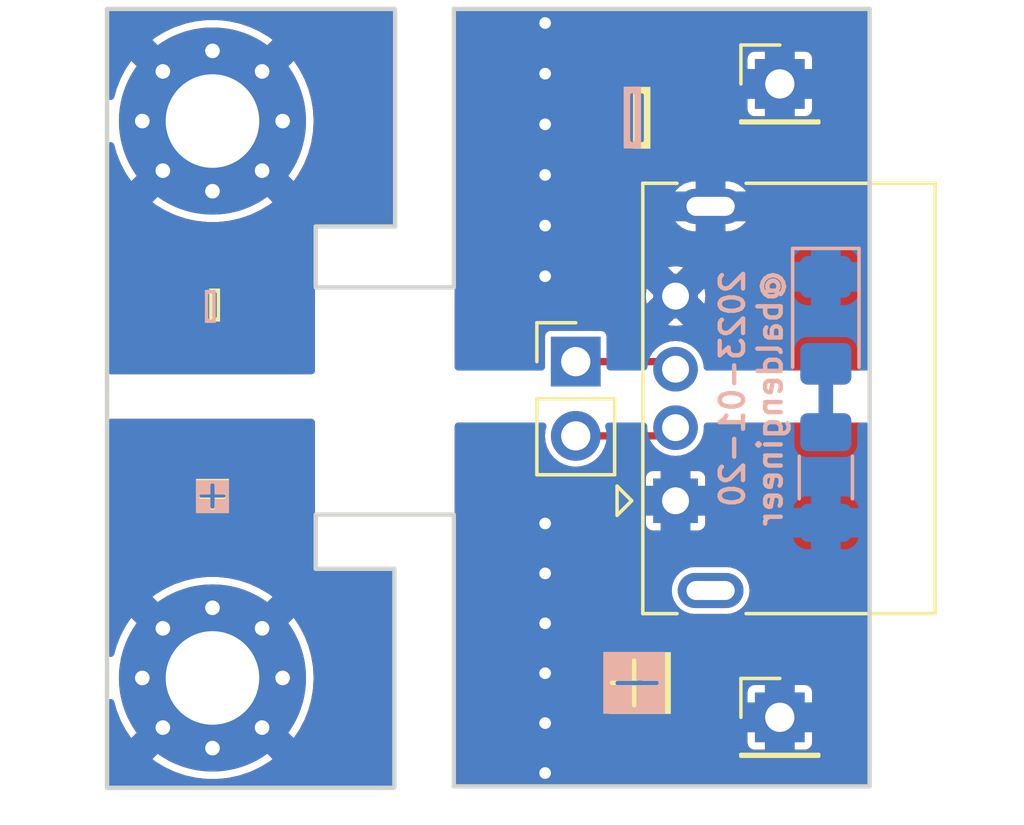
<source format=kicad_pcb>
(kicad_pcb (version 20221018) (generator pcbnew)
  (layers (0 "F.Cu" signal) (31 "B.Cu" signal) (34 "B.Paste" user) (35 "F.Paste" user) (36 "B.SilkS" user "B.Silkscreen") (37 "F.SilkS" user "F.Silkscreen") (38 "B.Mask" user) (39 "F.Mask" user) (44 "Edge.Cuts" user))
  (net 0 "")
  (net 1 "GND")
  (net 2 "Net-(J1-D-)")
  (net 3 "Net-(J1-D+)")
  (net 4 "/Positive")
  (net 5 "Net-(D1-A)")
  (footprint "My Libraries:25mil_Hole" (layer "F.Cu") (at 138.631392 98.52987)
    (fp_text reference "REF**" hide)
    (fp_text value "25mil_Hole")
    (pad "" np_thru_hole circle (at -0.127 -0.2032) (size 0.635 0.635) (drill 0.635) (layers "*.Cu" "*.Mask"))
  )
  (footprint "Connector_PinHeader_2.54mm:PinHeader_1x02_P2.54mm_Vertical" (layer "F.Cu") (at 145.90325 98.171)
    (fp_text reference "J4" hide)
    (fp_text value "Data")
    (fp_line (start -1.33 -1.33) (end 0 -1.33) (stroke (width 0.12)) (layer "F.SilkS"))
    (fp_line (start -1.33 0) (end -1.33 -1.33) (stroke (width 0.12)) (layer "F.SilkS"))
    (fp_line (start -1.33 1.27) (end -1.33 3.87) (stroke (width 0.12)) (layer "F.SilkS"))
    (fp_line (start -1.33 1.27) (end 1.33 1.27) (stroke (width 0.12)) (layer "F.SilkS"))
    (fp_line (start -1.33 3.87) (end 1.33 3.87) (stroke (width 0.12)) (layer "F.SilkS"))
    (fp_line (start 1.33 1.27) (end 1.33 3.87) (stroke (width 0.12)) (layer "F.SilkS"))
    (pad "1" thru_hole rect (at 0 0) (size 1.7 1.7) (drill 1) (layers "*.Cu" "*.Mask") (net 3 "Net-(J1-D+)"))
    (pad "2" thru_hole oval (at 0 2.54) (size 1.7 1.7) (drill 1) (layers "*.Cu" "*.Mask") (net 2 "Net-(J1-D-)"))
  )
  (footprint "My Libraries:25mil_Hole" (layer "F.Cu") (at 136.30838 99.57635)
    (fp_text reference "REF**" hide)
    (fp_text value "25mil_Hole")
    (pad "" np_thru_hole circle (at -0.127 -0.2032) (size 0.635 0.635) (drill 0.635) (layers "*.Cu" "*.Mask"))
  )
  (footprint "My Libraries:25mil_Hole" (layer "F.Cu") (at 138.631392 97.45799)
    (fp_text reference "REF**" hide)
    (fp_text value "25mil_Hole")
    (pad "" np_thru_hole circle (at -0.127 -0.2032) (size 0.635 0.635) (drill 0.635) (layers "*.Cu" "*.Mask"))
  )
  (footprint "Connector_PinHeader_2.54mm:PinHeader_1x01_P2.54mm_Vertical" (layer "F.Cu") (at 152.8826 88.6714)
    (fp_text reference "J3" hide)
    (fp_text value "Negative")
    (fp_line (start -1.33 -1.33) (end 0 -1.33) (stroke (width 0.12)) (layer "F.SilkS"))
    (fp_line (start -1.33 0) (end -1.33 -1.33) (stroke (width 0.12)) (layer "F.SilkS"))
    (fp_line (start -1.33 1.27) (end -1.33 1.33) (stroke (width 0.12)) (layer "F.SilkS"))
    (fp_line (start -1.33 1.27) (end 1.33 1.27) (stroke (width 0.12)) (layer "F.SilkS"))
    (fp_line (start -1.33 1.33) (end 1.33 1.33) (stroke (width 0.12)) (layer "F.SilkS"))
    (fp_line (start 1.33 1.27) (end 1.33 1.33) (stroke (width 0.12)) (layer "F.SilkS"))
    (pad "1" thru_hole rect (at 0 0) (size 1.7 1.7) (drill 1) (layers "*.Cu" "*.Mask") (net 1 "GND"))
  )
  (footprint "My Libraries:25mil_Hole" (layer "F.Cu") (at 138.631392 99.57635)
    (fp_text reference "REF**" hide)
    (fp_text value "25mil_Hole")
    (pad "" np_thru_hole circle (at -0.127 -0.2032) (size 0.635 0.635) (drill 0.635) (layers "*.Cu" "*.Mask"))
  )
  (footprint "MountingHole:MountingHole_3.2mm_M3_Pad_Via" (layer "F.Cu") (at 133.477 108.9914)
    (fp_text reference "H1" hide)
    (fp_text value "Positive")
    (pad "1" thru_hole circle (at -2.4 0) (size 0.8 0.8) (drill 0.5) (layers "*.Cu" "*.Mask") (net 4 "/Positive"))
    (pad "1" thru_hole circle (at -1.697056 -1.697056) (size 0.8 0.8) (drill 0.5) (layers "*.Cu" "*.Mask") (net 4 "/Positive"))
    (pad "1" thru_hole circle (at -1.697056 1.697056) (size 0.8 0.8) (drill 0.5) (layers "*.Cu" "*.Mask") (net 4 "/Positive"))
    (pad "1" thru_hole circle (at 0 -2.4) (size 0.8 0.8) (drill 0.5) (layers "*.Cu" "*.Mask") (net 4 "/Positive"))
    (pad "1" thru_hole circle (at 0 0) (size 6.4 6.4) (drill 3.2) (layers "*.Cu" "*.Mask") (net 4 "/Positive"))
    (pad "1" thru_hole circle (at 0 2.4) (size 0.8 0.8) (drill 0.5) (layers "*.Cu" "*.Mask") (net 4 "/Positive"))
    (pad "1" thru_hole circle (at 1.697056 -1.697056) (size 0.8 0.8) (drill 0.5) (layers "*.Cu" "*.Mask") (net 4 "/Positive"))
    (pad "1" thru_hole circle (at 1.697056 1.697056) (size 0.8 0.8) (drill 0.5) (layers "*.Cu" "*.Mask") (net 4 "/Positive"))
    (pad "1" thru_hole circle (at 2.4 0) (size 0.8 0.8) (drill 0.5) (layers "*.Cu" "*.Mask") (net 4 "/Positive"))
  )
  (footprint "My Libraries:USB_A_GCT_USB1125" (layer "F.Cu") (at 149.3165 102.93 90)
    (fp_text reference "J1" hide)
    (fp_text value "USB_A")
    (fp_line (start -3.86 -1.12) (end -3.86 0.0508) (stroke (width 0.12)) (layer "F.SilkS"))
    (fp_line (start -3.86 -1.12) (end 10.86 -1.12) (stroke (width 0.12)) (layer "F.SilkS"))
    (fp_line (start -3.86 2.413) (end -3.86 8.88) (stroke (width 0.12)) (layer "F.SilkS"))
    (fp_line (start -3.86 8.88) (end 10.86 8.88) (stroke (width 0.12)) (layer "F.SilkS"))
    (fp_line (start -0.5 -2) (end 0 -1.5) (stroke (width 0.12)) (layer "F.SilkS"))
    (fp_line (start 0 -1.5) (end 0.5 -2) (stroke (width 0.12)) (layer "F.SilkS"))
    (fp_line (start 0.5 -2) (end -0.5 -2) (stroke (width 0.12)) (layer "F.SilkS"))
    (fp_line (start 10.86 0.0508) (end 10.86 -1.12) (stroke (width 0.12)) (layer "F.SilkS"))
    (fp_line (start 10.86 2.413) (end 10.86 8.88) (stroke (width 0.12)) (layer "F.SilkS"))
    (pad "1" thru_hole rect (at 0 0 90) (size 1.524 1.524) (drill 0.92) (layers "*.Cu" "*.Mask") (net 4 "/Positive"))
    (pad "2" thru_hole circle (at 2.5 0 90) (size 1.524 1.524) (drill 0.92) (layers "*.Cu" "*.Mask") (net 2 "Net-(J1-D-)"))
    (pad "3" thru_hole circle (at 4.5 0 90) (size 1.524 1.524) (drill 0.92) (layers "*.Cu" "*.Mask") (net 3 "Net-(J1-D+)"))
    (pad "4" thru_hole circle (at 7 0 90) (size 1.524 1.524) (drill 0.92) (layers "*.Cu" "*.Mask") (net 1 "GND"))
    (pad "5" thru_hole oval (at -3.07 1.2 90) (size 1.2 2.25) (drill oval 0.65 1.65) (layers "*.Cu" "*.Mask") (net 1 "GND"))
    (pad "5" thru_hole oval (at 10.07 1.2 90) (size 1.2 2.25) (drill oval 0.65 1.65) (layers "*.Cu" "*.Mask") (net 1 "GND"))
  )
  (footprint "Connector_PinHeader_2.54mm:PinHeader_1x01_P2.54mm_Vertical" (layer "F.Cu") (at 152.8826 110.3376)
    (fp_text reference "J2" hide)
    (fp_text value "Positive")
    (fp_line (start -1.33 -1.33) (end 0 -1.33) (stroke (width 0.12)) (layer "F.SilkS"))
    (fp_line (start -1.33 0) (end -1.33 -1.33) (stroke (width 0.12)) (layer "F.SilkS"))
    (fp_line (start -1.33 1.27) (end -1.33 1.33) (stroke (width 0.12)) (layer "F.SilkS"))
    (fp_line (start -1.33 1.27) (end 1.33 1.27) (stroke (width 0.12)) (layer "F.SilkS"))
    (fp_line (start -1.33 1.33) (end 1.33 1.33) (stroke (width 0.12)) (layer "F.SilkS"))
    (fp_line (start 1.33 1.27) (end 1.33 1.33) (stroke (width 0.12)) (layer "F.SilkS"))
    (pad "1" thru_hole rect (at 0 0) (size 1.7 1.7) (drill 1) (layers "*.Cu" "*.Mask") (net 4 "/Positive"))
  )
  (footprint "My Libraries:25mil_Hole" (layer "F.Cu") (at 135.146874 99.57635)
    (fp_text reference "REF**" hide)
    (fp_text value "25mil_Hole")
    (pad "" np_thru_hole circle (at -0.127 -0.2032) (size 0.635 0.635) (drill 0.635) (layers "*.Cu" "*.Mask"))
  )
  (footprint "My Libraries:25mil_Hole" (layer "F.Cu") (at 138.631392 103.011178)
    (fp_text reference "REF**" hide)
    (fp_text value "25mil_Hole")
    (pad "" np_thru_hole circle (at -0.127 -0.2032) (size 0.635 0.635) (drill 0.635) (layers "*.Cu" "*.Mask"))
  )
  (footprint "My Libraries:25mil_Hole" (layer "F.Cu") (at 138.631392 96.38611)
    (fp_text reference "REF**" hide)
    (fp_text value "25mil_Hole")
    (pad "" np_thru_hole circle (at -0.127 -0.2032) (size 0.635 0.635) (drill 0.635) (layers "*.Cu" "*.Mask"))
  )
  (footprint "MountingHole:MountingHole_3.2mm_M3_Pad_Via" (layer "F.Cu") (at 133.477 89.9414)
    (fp_text reference "H2" hide)
    (fp_text value "Negative")
    (pad "1" thru_hole circle (at -2.4 0) (size 0.8 0.8) (drill 0.5) (layers "*.Cu" "*.Mask") (net 1 "GND"))
    (pad "1" thru_hole circle (at -1.697056 -1.697056) (size 0.8 0.8) (drill 0.5) (layers "*.Cu" "*.Mask") (net 1 "GND"))
    (pad "1" thru_hole circle (at -1.697056 1.697056) (size 0.8 0.8) (drill 0.5) (layers "*.Cu" "*.Mask") (net 1 "GND"))
    (pad "1" thru_hole circle (at 0 -2.4) (size 0.8 0.8) (drill 0.5) (layers "*.Cu" "*.Mask") (net 1 "GND"))
    (pad "1" thru_hole circle (at 0 0) (size 6.4 6.4) (drill 3.2) (layers "*.Cu" "*.Mask") (net 1 "GND"))
    (pad "1" thru_hole circle (at 0 2.4) (size 0.8 0.8) (drill 0.5) (layers "*.Cu" "*.Mask") (net 1 "GND"))
    (pad "1" thru_hole circle (at 1.697056 -1.697056) (size 0.8 0.8) (drill 0.5) (layers "*.Cu" "*.Mask") (net 1 "GND"))
    (pad "1" thru_hole circle (at 1.697056 1.697056) (size 0.8 0.8) (drill 0.5) (layers "*.Cu" "*.Mask") (net 1 "GND"))
    (pad "1" thru_hole circle (at 2.4 0) (size 0.8 0.8) (drill 0.5) (layers "*.Cu" "*.Mask") (net 1 "GND"))
  )
  (footprint "My Libraries:25mil_Hole" (layer "F.Cu") (at 132.823862 99.57635)
    (fp_text reference "REF**" hide)
    (fp_text value "25mil_Hole")
    (pad "" np_thru_hole circle (at -0.127 -0.2032) (size 0.635 0.635) (drill 0.635) (layers "*.Cu" "*.Mask"))
  )
  (footprint "My Libraries:25mil_Hole" (layer "F.Cu") (at 130.50085 99.57635)
    (fp_text reference "REF**" hide)
    (fp_text value "25mil_Hole")
    (pad "" np_thru_hole circle (at -0.127 -0.2032) (size 0.635 0.635) (drill 0.635) (layers "*.Cu" "*.Mask"))
  )
  (footprint "My Libraries:25mil_Hole" (layer "F.Cu") (at 131.662356 99.57635)
    (fp_text reference "REF**" hide)
    (fp_text value "25mil_Hole")
    (pad "" np_thru_hole circle (at -0.127 -0.2032) (size 0.635 0.635) (drill 0.635) (layers "*.Cu" "*.Mask"))
  )
  (footprint "My Libraries:25mil_Hole" (layer "F.Cu") (at 138.631392 100.738226)
    (fp_text reference "REF**" hide)
    (fp_text value "25mil_Hole")
    (pad "" np_thru_hole circle (at -0.127 -0.2032) (size 0.635 0.635) (drill 0.635) (layers "*.Cu" "*.Mask"))
  )
  (footprint "My Libraries:25mil_Hole" (layer "F.Cu") (at 138.631392 101.874702)
    (fp_text reference "REF**" hide)
    (fp_text value "25mil_Hole")
    (pad "" np_thru_hole circle (at -0.127 -0.2032) (size 0.635 0.635) (drill 0.635) (layers "*.Cu" "*.Mask"))
  )
  (footprint "My Libraries:25mil_Hole" (layer "F.Cu") (at 137.469886 99.57635)
    (fp_text reference "REF**" hide)
    (fp_text value "25mil_Hole")
    (pad "" np_thru_hole circle (at -0.127 -0.2032) (size 0.635 0.635) (drill 0.635) (layers "*.Cu" "*.Mask"))
  )
  (footprint "My Libraries:25mil_Hole" (layer "F.Cu") (at 133.985368 99.57635)
    (fp_text reference "REF**" hide)
    (fp_text value "25mil_Hole")
    (pad "" np_thru_hole circle (at -0.127 -0.2032) (size 0.635 0.635) (drill 0.635) (layers "*.Cu" "*.Mask"))
  )
  (footprint "Resistor_SMD:R_1206_3216Metric_Pad1.30x1.75mm_HandSolder" (layer "B.Cu") (at 154.4574 102.1334 90)
    (fp_text reference "R1" hide)
    (fp_text value "1k")
    (fp_line (start -0.727064 -0.91) (end 0.727064 -0.91) (stroke (width 0.12)) (layer "B.SilkS"))
    (fp_line (start -0.727064 0.91) (end 0.727064 0.91) (stroke (width 0.12)) (layer "B.SilkS"))
    (pad "1" smd roundrect (at -1.55 0 90) (size 1.3 1.75) (layers "B.Cu" "B.Paste" "B.Mask") (roundrect_rratio 0.1923076923) (net 4 "/Positive"))
    (pad "2" smd roundrect (at 1.55 0 90) (size 1.3 1.75) (layers "B.Cu" "B.Paste" "B.Mask") (roundrect_rratio 0.1923076923) (net 5 "Net-(D1-A)"))
  )
  (footprint "LED_SMD:LED_1206_3216Metric_Pad1.42x1.75mm_HandSolder" (layer "B.Cu") (at 154.4574 96.7597 -90)
    (fp_text reference "D1" hide)
    (fp_text value "Green")
    (fp_line (start -2.46 -1.135) (end 1.6 -1.135) (stroke (width 0.12)) (layer "B.SilkS"))
    (fp_line (start -2.46 1.135) (end -2.46 -1.135) (stroke (width 0.12)) (layer "B.SilkS"))
    (fp_line (start 1.6 1.135) (end -2.46 1.135) (stroke (width 0.12)) (layer "B.SilkS"))
    (pad "1" smd roundrect (at -1.4875 0 270) (size 1.425 1.75) (layers "B.Cu" "B.Paste" "B.Mask") (roundrect_rratio 0.1754392982) (net 1 "GND"))
    (pad "2" smd roundrect (at 1.4875 0 270) (size 1.425 1.75) (layers "B.Cu" "B.Paste" "B.Mask") (roundrect_rratio 0.1754392982) (net 5 "Net-(D1-A)"))
  )
  (gr_poly (pts (xy 129.8702 86.106) (xy 139.7 86.106) (xy 139.7254 86.1314) (xy 139.7254 93.5482) (xy 137.0076 93.5482) (xy 137.0076 95.631) (xy 140.427579 95.631) (xy 140.427579 95.631) (xy 141.732 95.631) (xy 141.732 86.106) (xy 155.956 86.106) (xy 155.956 112.6998) (xy 141.732 112.6998) (xy 141.732 103.4034) (xy 139.7 103.4034) (xy 137.0076 103.4034) (xy 137.0076 105.2576) (xy 139.7 105.2576) (xy 139.7 112.7252) (xy 139.6746 112.7506) (xy 129.8702 112.7506)) (stroke (width 0.15)) (fill none) (layer "Edge.Cuts"))
  (gr_text "+" (at 149.237695 110.172505) (layer "B.SilkS" knockout) (effects (font (size 2 2)) (justify left bottom mirror)))
  (gr_text "-" (at 146.8246 91.1606 -90) (layer "B.SilkS" knockout) (effects (font (size 2 2)) (justify left bottom mirror)))
  (gr_text "2023-01-20\n@baldengineer" (at 153.02 94.960595 90) (layer "B.SilkS") (effects (font (size 0.8 0.8)) (justify left bottom mirror)))
  (gr_text "-" (at 133.477 96.28225 -90) (layer "B.SilkS" knockout) (effects (font (size 1 1)) (justify mirror)))
  (gr_text "+" (at 133.477 102.7176) (layer "B.SilkS" knockout) (effects (font (size 1 1)) (justify mirror)))
  (gr_text "+" (at 133.477 102.671375) (layer "F.SilkS" knockout) (effects (font (size 1 1))))
  (gr_text "-" (at 149.1742 91.166995 90) (layer "F.SilkS" knockout) (effects (font (size 2 2)) (justify left bottom)))
  (gr_text "+" (at 146.761105 110.1789) (layer "F.SilkS" knockout) (effects (font (size 2 2)) (justify left bottom)))
  (gr_text "-" (at 133.477 96.236025 90) (layer "F.SilkS" knockout) (effects (font (size 1 1))))
  (via (at 144.8562 86.5886) (size 0.8) (drill 0.4) (layers "F.Cu" "B.Cu") (net 1))
  (via (at 144.8562 95.25) (size 0.8) (drill 0.4) (layers "F.Cu" "B.Cu") (net 1))
  (via (at 144.8562 88.32088) (size 0.8) (drill 0.4) (layers "F.Cu" "B.Cu") (net 1))
  (via (at 144.8562 90.05316) (size 0.8) (drill 0.4) (layers "F.Cu" "B.Cu") (net 1))
  (via (at 144.8562 91.78544) (size 0.8) (drill 0.4) (layers "F.Cu" "B.Cu") (net 1))
  (via (at 144.8562 93.51772) (size 0.8) (drill 0.4) (layers "F.Cu" "B.Cu") (net 1))
  (segment (start 149.0355 100.711) (end 149.3165 100.43) (width 0.25) (layer "F.Cu") (net 2))
  (segment (start 145.90325 100.711) (end 149.0355 100.711) (width 0.25) (layer "F.Cu") (net 2))
  (segment (start 146.16825 100.446) (end 145.90325 100.711) (width 0.25) (layer "F.Cu") (net 2))
  (segment (start 146.17825 98.446) (end 145.90325 98.171) (width 0.25) (layer "F.Cu") (net 3))
  (segment (start 149.0575 98.171) (end 149.3165 98.43) (width 0.25) (layer "F.Cu") (net 3))
  (segment (start 145.90325 98.171) (end 149.0575 98.171) (width 0.25) (layer "F.Cu") (net 3))
  (via (at 144.8562 110.53572) (size 0.8) (drill 0.4) (layers "F.Cu" "B.Cu") (net 4))
  (via (at 144.8562 105.41508) (size 0.8) (drill 0.4) (layers "F.Cu" "B.Cu") (net 4))
  (via (at 144.8562 107.12196) (size 0.8) (drill 0.4) (layers "F.Cu" "B.Cu") (net 4))
  (via (at 144.8562 103.7082) (size 0.8) (drill 0.4) (layers "F.Cu" "B.Cu") (net 4))
  (via (at 144.8562 108.82884) (size 0.8) (drill 0.4) (layers "F.Cu" "B.Cu") (net 4))
  (via (at 144.8562 112.2426) (size 0.8) (drill 0.4) (layers "F.Cu" "B.Cu") (net 4))
  (segment (start 154.4574 98.2472) (end 154.4574 100.5834) (width 0.5) (layer "B.Cu") (net 5))
  (zone (net 1) (net_name "GND") (layers "F&B.Cu") (connect_pads (clearance 0)) (min_thickness 0.254) (fill yes (thermal_gap 0.254) (thermal_bridge_width 1.016) (island_removal_mode 2) (island_area_min 10))
    (polygon (pts (xy 129.5146 85.8266) (xy 157.9626 85.8266) (xy 157.9626 99.2632) (xy 157.861 99.3648) (xy 129.0574 99.3648) (xy 129.032 99.3394) (xy 129.032 85.8012) (xy 129.4892 85.8012)))
  )
  (zone (net 0) (net_name "") (layers "F&B.Cu") (connect_pads (clearance 0)) (min_thickness 0.254)
    (keepout (tracks allowed) (vias allowed) (pads allowed) (copperpour not_allowed) (footprints allowed))
    (fill (thermal_gap 0.254) (thermal_bridge_width 1.016) (island_removal_mode 2) (island_area_min 10))
    (polygon (pts (xy 158.6992 98.4758) (xy 140.9954 98.4758) (xy 140.9954 100.2284) (xy 141.0208 100.2538) (xy 158.623 100.2538) (xy 158.6992 100.1776)))
  )
  (zone (net 4) (net_name "/Positive") (layers "F&B.Cu") (priority 1) (connect_pads (clearance 0)) (min_thickness 0.254) (fill yes (thermal_gap 0.254) (thermal_bridge_width 1.016) (island_removal_mode 2) (island_area_min 10))
    (polygon (pts (xy 157.6832 113.4872) (xy 128.7018 113.4872) (xy 128.7018 99.6696) (xy 129.032 99.3394) (xy 157.8356 99.3394) (xy 157.861 99.3648) (xy 157.861 113.3094)))
  )
  (zone (net 0) (net_name "") (layers "F&B.Cu" "User.5") (connect_pads (clearance 0)) (min_thickness 0.254)
    (keepout (tracks not_allowed) (vias not_allowed) (pads allowed) (copperpour not_allowed) (footprints allowed))
    (fill (thermal_gap 0.254) (thermal_bridge_width 1.016) (island_removal_mode 2) (island_area_min 10))
    (polygon (pts (xy 136.984742 95.5802) (xy 141.759942 95.5802) (xy 141.759942 103.4288) (xy 136.984742 103.4288)))
  )
  (zone (net 0) (net_name "") (layers "F&B.Cu" "User.5") (connect_pads (clearance 0)) (min_thickness 0.254)
    (keepout (tracks not_allowed) (vias not_allowed) (pads allowed) (copperpour not_allowed) (footprints allowed))
    (fill (thermal_gap 0.254) (thermal_bridge_width 1.016) (island_removal_mode 2) (island_area_min 10))
    (polygon (pts (xy 129.794 98.6028) (xy 140.462 98.6028) (xy 140.462 99.8728) (xy 140.462 100.1268) (xy 129.794 100.1268)))
  )
)
</source>
